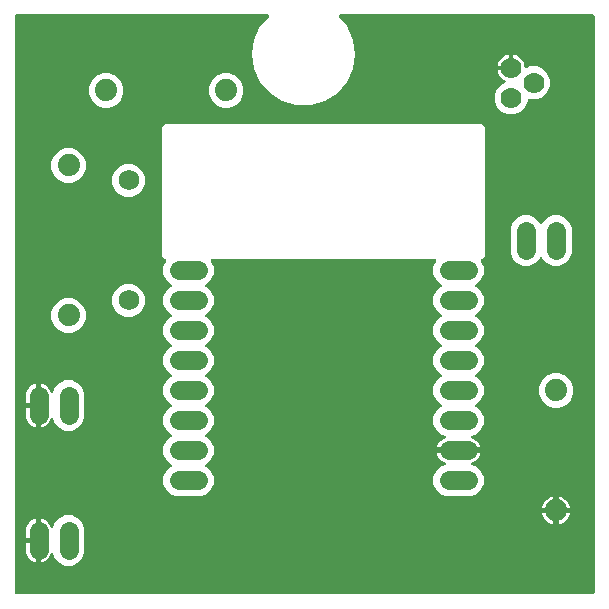
<source format=gbl>
G04 EAGLE Gerber X2 export*
%TF.Part,Single*%
%TF.FileFunction,Other,Bottom Copper Layer*%
%TF.FilePolarity,Positive*%
%TF.GenerationSoftware,Autodesk,EAGLE,9.1.3*%
%TF.CreationDate,2018-09-11T05:34:09Z*%
G75*
%MOMM*%
%FSLAX34Y34*%
%LPD*%
%AMOC8*
5,1,8,0,0,1.08239X$1,22.5*%
G01*
%ADD10C,1.609600*%
%ADD11C,1.879600*%
%ADD12C,1.625600*%
%ADD13C,1.778000*%
%ADD14C,1.727200*%

G36*
X495037Y5096D02*
X495037Y5096D01*
X495156Y5103D01*
X495194Y5116D01*
X495235Y5121D01*
X495345Y5164D01*
X495458Y5201D01*
X495493Y5223D01*
X495530Y5238D01*
X495626Y5308D01*
X495727Y5371D01*
X495755Y5401D01*
X495788Y5424D01*
X495864Y5516D01*
X495945Y5603D01*
X495965Y5638D01*
X495990Y5669D01*
X496041Y5777D01*
X496099Y5881D01*
X496109Y5921D01*
X496126Y5957D01*
X496148Y6074D01*
X496178Y6189D01*
X496182Y6250D01*
X496186Y6270D01*
X496184Y6290D01*
X496188Y6350D01*
X496188Y494919D01*
X496173Y495037D01*
X496166Y495156D01*
X496153Y495194D01*
X496148Y495235D01*
X496105Y495345D01*
X496068Y495458D01*
X496046Y495493D01*
X496031Y495530D01*
X495962Y495626D01*
X495898Y495727D01*
X495868Y495755D01*
X495845Y495788D01*
X495753Y495864D01*
X495666Y495945D01*
X495631Y495965D01*
X495600Y495990D01*
X495492Y496041D01*
X495388Y496099D01*
X495348Y496109D01*
X495312Y496126D01*
X495195Y496148D01*
X495080Y496178D01*
X495020Y496182D01*
X495000Y496186D01*
X494979Y496184D01*
X494919Y496188D01*
X280820Y496188D01*
X280727Y496176D01*
X280633Y496174D01*
X280570Y496157D01*
X280505Y496148D01*
X280417Y496114D01*
X280327Y496088D01*
X280270Y496055D01*
X280209Y496031D01*
X280133Y495976D01*
X280051Y495929D01*
X280005Y495883D01*
X279952Y495845D01*
X279892Y495772D01*
X279825Y495706D01*
X279791Y495650D01*
X279749Y495600D01*
X279709Y495515D01*
X279660Y495434D01*
X279641Y495371D01*
X279613Y495312D01*
X279596Y495220D01*
X279568Y495129D01*
X279566Y495064D01*
X279553Y495000D01*
X279559Y494906D01*
X279555Y494812D01*
X279569Y494747D01*
X279573Y494682D01*
X279602Y494593D01*
X279622Y494501D01*
X279651Y494442D01*
X279671Y494380D01*
X279721Y494300D01*
X279763Y494216D01*
X279832Y494126D01*
X279841Y494111D01*
X279848Y494104D01*
X279861Y494088D01*
X286742Y486147D01*
X291906Y474839D01*
X293675Y462534D01*
X291906Y450229D01*
X286742Y438921D01*
X278601Y429526D01*
X268143Y422805D01*
X256215Y419303D01*
X243784Y419303D01*
X231856Y422805D01*
X221398Y429526D01*
X213257Y438921D01*
X208093Y450229D01*
X206324Y462534D01*
X208093Y474839D01*
X213257Y486147D01*
X220138Y494088D01*
X220190Y494166D01*
X220250Y494238D01*
X220278Y494298D01*
X220315Y494352D01*
X220346Y494441D01*
X220386Y494526D01*
X220398Y494591D01*
X220420Y494652D01*
X220428Y494746D01*
X220446Y494839D01*
X220441Y494904D01*
X220447Y494969D01*
X220432Y495062D01*
X220426Y495156D01*
X220406Y495218D01*
X220395Y495283D01*
X220357Y495369D01*
X220328Y495458D01*
X220293Y495514D01*
X220266Y495574D01*
X220208Y495648D01*
X220158Y495727D01*
X220110Y495772D01*
X220069Y495824D01*
X219994Y495881D01*
X219926Y495945D01*
X219869Y495977D01*
X219816Y496017D01*
X219730Y496053D01*
X219647Y496099D01*
X219584Y496115D01*
X219524Y496141D01*
X219430Y496155D01*
X219340Y496178D01*
X219227Y496185D01*
X219209Y496188D01*
X219200Y496187D01*
X219179Y496188D01*
X6350Y496188D01*
X6232Y496173D01*
X6113Y496166D01*
X6075Y496153D01*
X6034Y496148D01*
X5924Y496105D01*
X5811Y496068D01*
X5776Y496046D01*
X5739Y496031D01*
X5643Y495962D01*
X5542Y495898D01*
X5514Y495868D01*
X5481Y495845D01*
X5405Y495753D01*
X5324Y495666D01*
X5304Y495631D01*
X5279Y495600D01*
X5228Y495492D01*
X5170Y495388D01*
X5160Y495348D01*
X5143Y495312D01*
X5121Y495195D01*
X5091Y495080D01*
X5087Y495020D01*
X5083Y495000D01*
X5085Y494979D01*
X5081Y494919D01*
X5081Y6350D01*
X5096Y6232D01*
X5103Y6113D01*
X5116Y6075D01*
X5121Y6034D01*
X5164Y5924D01*
X5201Y5811D01*
X5223Y5776D01*
X5238Y5739D01*
X5308Y5643D01*
X5371Y5542D01*
X5401Y5514D01*
X5424Y5481D01*
X5516Y5406D01*
X5603Y5324D01*
X5638Y5304D01*
X5669Y5279D01*
X5777Y5228D01*
X5881Y5170D01*
X5921Y5160D01*
X5957Y5143D01*
X6074Y5121D01*
X6189Y5091D01*
X6250Y5087D01*
X6270Y5083D01*
X6290Y5085D01*
X6350Y5081D01*
X494919Y5081D01*
X495037Y5096D01*
G37*
%LPC*%
G36*
X141645Y88391D02*
X141645Y88391D01*
X136790Y90402D01*
X133074Y94118D01*
X131063Y98973D01*
X131063Y104227D01*
X133074Y109082D01*
X136790Y112798D01*
X137585Y113127D01*
X137706Y113196D01*
X137829Y113261D01*
X137844Y113275D01*
X137862Y113285D01*
X137962Y113382D01*
X138064Y113475D01*
X138076Y113492D01*
X138090Y113506D01*
X138163Y113625D01*
X138239Y113741D01*
X138246Y113760D01*
X138256Y113777D01*
X138297Y113910D01*
X138342Y114042D01*
X138344Y114062D01*
X138350Y114081D01*
X138357Y114220D01*
X138368Y114359D01*
X138364Y114379D01*
X138365Y114399D01*
X138337Y114535D01*
X138313Y114672D01*
X138305Y114691D01*
X138301Y114710D01*
X138240Y114835D01*
X138183Y114962D01*
X138170Y114978D01*
X138161Y114996D01*
X138071Y115102D01*
X137984Y115210D01*
X137968Y115223D01*
X137955Y115238D01*
X137841Y115318D01*
X137730Y115402D01*
X137705Y115414D01*
X137695Y115421D01*
X137676Y115428D01*
X137585Y115473D01*
X136790Y115802D01*
X133074Y119518D01*
X131063Y124373D01*
X131063Y129627D01*
X133074Y134482D01*
X136790Y138198D01*
X137585Y138527D01*
X137706Y138596D01*
X137829Y138661D01*
X137844Y138675D01*
X137862Y138685D01*
X137962Y138782D01*
X138064Y138875D01*
X138076Y138892D01*
X138090Y138906D01*
X138163Y139025D01*
X138239Y139141D01*
X138246Y139160D01*
X138256Y139177D01*
X138297Y139310D01*
X138342Y139442D01*
X138344Y139462D01*
X138350Y139481D01*
X138357Y139620D01*
X138368Y139759D01*
X138364Y139779D01*
X138365Y139799D01*
X138337Y139935D01*
X138313Y140072D01*
X138305Y140091D01*
X138301Y140110D01*
X138240Y140235D01*
X138183Y140362D01*
X138170Y140378D01*
X138161Y140396D01*
X138071Y140502D01*
X137984Y140610D01*
X137968Y140623D01*
X137955Y140638D01*
X137841Y140718D01*
X137730Y140802D01*
X137705Y140814D01*
X137695Y140821D01*
X137676Y140828D01*
X137585Y140873D01*
X136790Y141202D01*
X133074Y144918D01*
X131063Y149773D01*
X131063Y155027D01*
X133074Y159882D01*
X136790Y163598D01*
X137585Y163927D01*
X137706Y163996D01*
X137829Y164061D01*
X137844Y164075D01*
X137862Y164085D01*
X137962Y164182D01*
X138064Y164275D01*
X138076Y164292D01*
X138090Y164306D01*
X138163Y164425D01*
X138239Y164541D01*
X138246Y164560D01*
X138256Y164577D01*
X138297Y164710D01*
X138342Y164842D01*
X138344Y164862D01*
X138350Y164881D01*
X138357Y165020D01*
X138368Y165159D01*
X138364Y165179D01*
X138365Y165199D01*
X138337Y165335D01*
X138313Y165472D01*
X138305Y165491D01*
X138301Y165510D01*
X138240Y165635D01*
X138183Y165762D01*
X138170Y165778D01*
X138161Y165796D01*
X138071Y165902D01*
X137984Y166010D01*
X137968Y166023D01*
X137955Y166038D01*
X137841Y166118D01*
X137730Y166202D01*
X137705Y166214D01*
X137695Y166221D01*
X137676Y166228D01*
X137585Y166273D01*
X136790Y166602D01*
X133074Y170318D01*
X131063Y175173D01*
X131063Y180427D01*
X133074Y185282D01*
X136790Y188998D01*
X137585Y189327D01*
X137706Y189396D01*
X137829Y189461D01*
X137844Y189475D01*
X137862Y189485D01*
X137962Y189582D01*
X138064Y189675D01*
X138076Y189692D01*
X138090Y189706D01*
X138163Y189825D01*
X138239Y189941D01*
X138246Y189960D01*
X138256Y189977D01*
X138297Y190110D01*
X138342Y190242D01*
X138344Y190262D01*
X138350Y190281D01*
X138357Y190420D01*
X138368Y190559D01*
X138364Y190579D01*
X138365Y190599D01*
X138337Y190735D01*
X138313Y190872D01*
X138305Y190891D01*
X138301Y190910D01*
X138240Y191035D01*
X138183Y191162D01*
X138170Y191178D01*
X138161Y191196D01*
X138071Y191302D01*
X137984Y191410D01*
X137968Y191423D01*
X137955Y191438D01*
X137841Y191518D01*
X137730Y191602D01*
X137705Y191614D01*
X137695Y191621D01*
X137676Y191628D01*
X137585Y191673D01*
X136790Y192002D01*
X133074Y195718D01*
X131063Y200573D01*
X131063Y205827D01*
X133074Y210682D01*
X136790Y214398D01*
X137585Y214727D01*
X137706Y214796D01*
X137829Y214861D01*
X137844Y214875D01*
X137862Y214885D01*
X137962Y214982D01*
X138064Y215075D01*
X138076Y215092D01*
X138090Y215106D01*
X138163Y215225D01*
X138239Y215341D01*
X138246Y215360D01*
X138256Y215377D01*
X138297Y215510D01*
X138342Y215642D01*
X138344Y215662D01*
X138350Y215681D01*
X138357Y215820D01*
X138368Y215959D01*
X138364Y215979D01*
X138365Y215999D01*
X138337Y216135D01*
X138313Y216272D01*
X138305Y216291D01*
X138301Y216310D01*
X138240Y216435D01*
X138183Y216562D01*
X138170Y216578D01*
X138161Y216596D01*
X138071Y216702D01*
X137984Y216810D01*
X137968Y216823D01*
X137955Y216838D01*
X137841Y216918D01*
X137730Y217002D01*
X137705Y217014D01*
X137695Y217021D01*
X137676Y217028D01*
X137585Y217073D01*
X136790Y217402D01*
X133074Y221118D01*
X131063Y225973D01*
X131063Y231227D01*
X133074Y236082D01*
X136790Y239798D01*
X137585Y240127D01*
X137706Y240196D01*
X137829Y240261D01*
X137844Y240275D01*
X137862Y240285D01*
X137962Y240382D01*
X138064Y240475D01*
X138076Y240492D01*
X138090Y240506D01*
X138163Y240625D01*
X138239Y240741D01*
X138246Y240760D01*
X138256Y240777D01*
X138297Y240910D01*
X138342Y241042D01*
X138344Y241062D01*
X138350Y241081D01*
X138357Y241220D01*
X138368Y241359D01*
X138364Y241379D01*
X138365Y241399D01*
X138337Y241535D01*
X138313Y241672D01*
X138305Y241691D01*
X138301Y241710D01*
X138240Y241835D01*
X138183Y241962D01*
X138170Y241978D01*
X138161Y241996D01*
X138071Y242102D01*
X137984Y242210D01*
X137968Y242223D01*
X137955Y242238D01*
X137841Y242318D01*
X137730Y242402D01*
X137705Y242414D01*
X137695Y242421D01*
X137676Y242428D01*
X137585Y242473D01*
X136790Y242802D01*
X133074Y246518D01*
X131063Y251373D01*
X131063Y256627D01*
X133074Y261482D01*
X136790Y265198D01*
X137585Y265527D01*
X137706Y265596D01*
X137829Y265661D01*
X137844Y265675D01*
X137862Y265685D01*
X137962Y265782D01*
X138064Y265875D01*
X138076Y265892D01*
X138090Y265906D01*
X138163Y266025D01*
X138239Y266141D01*
X138246Y266160D01*
X138256Y266177D01*
X138297Y266310D01*
X138342Y266442D01*
X138344Y266462D01*
X138350Y266481D01*
X138357Y266620D01*
X138368Y266759D01*
X138364Y266779D01*
X138365Y266799D01*
X138337Y266935D01*
X138313Y267072D01*
X138305Y267091D01*
X138301Y267110D01*
X138240Y267235D01*
X138183Y267362D01*
X138170Y267378D01*
X138161Y267396D01*
X138071Y267502D01*
X137984Y267610D01*
X137968Y267623D01*
X137955Y267638D01*
X137841Y267718D01*
X137730Y267802D01*
X137705Y267814D01*
X137695Y267821D01*
X137676Y267828D01*
X137585Y267873D01*
X136790Y268202D01*
X133074Y271918D01*
X131063Y276773D01*
X131063Y282027D01*
X133074Y286882D01*
X133076Y286884D01*
X133161Y286994D01*
X133250Y287101D01*
X133259Y287120D01*
X133271Y287136D01*
X133327Y287264D01*
X133386Y287389D01*
X133390Y287409D01*
X133398Y287428D01*
X133420Y287565D01*
X133446Y287702D01*
X133444Y287722D01*
X133448Y287742D01*
X133435Y287880D01*
X133426Y288019D01*
X133420Y288038D01*
X133418Y288058D01*
X133371Y288189D01*
X133328Y288321D01*
X133317Y288339D01*
X133310Y288358D01*
X133232Y288472D01*
X133158Y288590D01*
X133143Y288604D01*
X133132Y288621D01*
X133028Y288713D01*
X132926Y288808D01*
X132908Y288818D01*
X132893Y288831D01*
X132770Y288894D01*
X132648Y288962D01*
X132628Y288967D01*
X132610Y288976D01*
X132474Y289006D01*
X132340Y289041D01*
X132312Y289043D01*
X132300Y289046D01*
X132279Y289045D01*
X132179Y289051D01*
X132087Y289051D01*
X130301Y290837D01*
X130301Y401313D01*
X132087Y403099D01*
X401313Y403099D01*
X403099Y401313D01*
X403099Y290837D01*
X401313Y289051D01*
X401221Y289051D01*
X401083Y289034D01*
X400944Y289021D01*
X400925Y289014D01*
X400905Y289011D01*
X400776Y288960D01*
X400645Y288913D01*
X400629Y288902D01*
X400610Y288894D01*
X400497Y288813D01*
X400382Y288735D01*
X400369Y288719D01*
X400352Y288708D01*
X400264Y288600D01*
X400172Y288496D01*
X400162Y288478D01*
X400150Y288463D01*
X400090Y288337D01*
X400027Y288213D01*
X400023Y288193D01*
X400014Y288175D01*
X399988Y288038D01*
X399957Y287903D01*
X399958Y287882D01*
X399954Y287863D01*
X399963Y287724D01*
X399967Y287585D01*
X399973Y287565D01*
X399974Y287545D01*
X400017Y287413D01*
X400056Y287279D01*
X400066Y287262D01*
X400072Y287243D01*
X400147Y287125D01*
X400217Y287005D01*
X400236Y286984D01*
X400242Y286974D01*
X400257Y286960D01*
X400324Y286884D01*
X400326Y286882D01*
X402337Y282027D01*
X402337Y276773D01*
X400326Y271918D01*
X396610Y268202D01*
X395815Y267873D01*
X395694Y267804D01*
X395571Y267739D01*
X395556Y267725D01*
X395538Y267715D01*
X395438Y267618D01*
X395336Y267525D01*
X395324Y267508D01*
X395310Y267494D01*
X395237Y267375D01*
X395161Y267259D01*
X395154Y267240D01*
X395144Y267223D01*
X395103Y267090D01*
X395058Y266958D01*
X395056Y266938D01*
X395050Y266919D01*
X395043Y266780D01*
X395032Y266641D01*
X395036Y266621D01*
X395035Y266601D01*
X395063Y266465D01*
X395087Y266328D01*
X395095Y266310D01*
X395099Y266290D01*
X395160Y266164D01*
X395217Y266038D01*
X395230Y266022D01*
X395239Y266004D01*
X395330Y265898D01*
X395416Y265790D01*
X395432Y265777D01*
X395445Y265762D01*
X395560Y265681D01*
X395670Y265598D01*
X395695Y265586D01*
X395705Y265579D01*
X395725Y265572D01*
X395815Y265527D01*
X396610Y265198D01*
X400326Y261482D01*
X402337Y256627D01*
X402337Y251373D01*
X400326Y246518D01*
X396610Y242802D01*
X395815Y242473D01*
X395694Y242404D01*
X395571Y242339D01*
X395556Y242325D01*
X395538Y242315D01*
X395438Y242218D01*
X395336Y242125D01*
X395324Y242108D01*
X395310Y242094D01*
X395237Y241975D01*
X395161Y241859D01*
X395154Y241840D01*
X395144Y241823D01*
X395103Y241690D01*
X395058Y241558D01*
X395056Y241538D01*
X395050Y241519D01*
X395043Y241380D01*
X395032Y241241D01*
X395036Y241221D01*
X395035Y241201D01*
X395063Y241065D01*
X395087Y240928D01*
X395095Y240910D01*
X395099Y240890D01*
X395160Y240764D01*
X395217Y240638D01*
X395230Y240622D01*
X395239Y240604D01*
X395330Y240498D01*
X395416Y240390D01*
X395432Y240377D01*
X395445Y240362D01*
X395560Y240281D01*
X395670Y240198D01*
X395695Y240186D01*
X395705Y240179D01*
X395725Y240172D01*
X395815Y240127D01*
X396610Y239798D01*
X400326Y236082D01*
X402337Y231227D01*
X402337Y225973D01*
X400326Y221118D01*
X396610Y217402D01*
X395815Y217073D01*
X395694Y217004D01*
X395571Y216939D01*
X395556Y216925D01*
X395538Y216915D01*
X395438Y216818D01*
X395336Y216725D01*
X395324Y216708D01*
X395310Y216694D01*
X395237Y216575D01*
X395161Y216459D01*
X395154Y216440D01*
X395144Y216423D01*
X395103Y216290D01*
X395058Y216158D01*
X395056Y216138D01*
X395050Y216119D01*
X395043Y215980D01*
X395032Y215841D01*
X395036Y215821D01*
X395035Y215801D01*
X395063Y215665D01*
X395087Y215528D01*
X395095Y215510D01*
X395099Y215490D01*
X395160Y215364D01*
X395217Y215238D01*
X395230Y215222D01*
X395239Y215204D01*
X395330Y215098D01*
X395416Y214990D01*
X395432Y214977D01*
X395445Y214962D01*
X395560Y214881D01*
X395670Y214798D01*
X395695Y214786D01*
X395705Y214779D01*
X395725Y214772D01*
X395815Y214727D01*
X396610Y214398D01*
X400326Y210682D01*
X402337Y205827D01*
X402337Y200573D01*
X400326Y195718D01*
X396610Y192002D01*
X395815Y191673D01*
X395694Y191604D01*
X395571Y191539D01*
X395556Y191525D01*
X395538Y191515D01*
X395438Y191418D01*
X395336Y191325D01*
X395324Y191308D01*
X395310Y191294D01*
X395237Y191175D01*
X395161Y191059D01*
X395154Y191040D01*
X395144Y191023D01*
X395103Y190890D01*
X395058Y190758D01*
X395056Y190738D01*
X395050Y190719D01*
X395043Y190580D01*
X395032Y190441D01*
X395036Y190421D01*
X395035Y190401D01*
X395063Y190265D01*
X395087Y190128D01*
X395095Y190110D01*
X395099Y190090D01*
X395160Y189964D01*
X395217Y189838D01*
X395230Y189822D01*
X395239Y189804D01*
X395330Y189698D01*
X395416Y189590D01*
X395432Y189577D01*
X395445Y189562D01*
X395560Y189481D01*
X395670Y189398D01*
X395695Y189386D01*
X395705Y189379D01*
X395725Y189372D01*
X395815Y189327D01*
X396610Y188998D01*
X400326Y185282D01*
X402337Y180427D01*
X402337Y175173D01*
X400326Y170318D01*
X396610Y166602D01*
X395815Y166273D01*
X395694Y166204D01*
X395571Y166139D01*
X395556Y166125D01*
X395538Y166115D01*
X395438Y166018D01*
X395336Y165925D01*
X395324Y165908D01*
X395310Y165894D01*
X395237Y165775D01*
X395161Y165659D01*
X395154Y165640D01*
X395144Y165623D01*
X395103Y165490D01*
X395058Y165358D01*
X395056Y165338D01*
X395050Y165319D01*
X395043Y165180D01*
X395032Y165041D01*
X395036Y165021D01*
X395035Y165001D01*
X395063Y164865D01*
X395087Y164728D01*
X395095Y164710D01*
X395099Y164690D01*
X395160Y164564D01*
X395217Y164438D01*
X395230Y164422D01*
X395239Y164404D01*
X395330Y164298D01*
X395416Y164190D01*
X395432Y164177D01*
X395445Y164162D01*
X395560Y164081D01*
X395670Y163998D01*
X395695Y163986D01*
X395705Y163979D01*
X395725Y163972D01*
X395815Y163927D01*
X396610Y163598D01*
X400326Y159882D01*
X402337Y155027D01*
X402337Y149773D01*
X400326Y144918D01*
X396610Y141202D01*
X392462Y139484D01*
X392436Y139469D01*
X392407Y139460D01*
X392298Y139390D01*
X392186Y139326D01*
X392164Y139306D01*
X392139Y139290D01*
X392050Y139195D01*
X391957Y139105D01*
X391942Y139080D01*
X391921Y139058D01*
X391859Y138944D01*
X391791Y138834D01*
X391782Y138805D01*
X391768Y138779D01*
X391735Y138653D01*
X391697Y138530D01*
X391696Y138500D01*
X391688Y138471D01*
X391688Y138341D01*
X391682Y138212D01*
X391688Y138183D01*
X391688Y138153D01*
X391720Y138028D01*
X391746Y137901D01*
X391760Y137874D01*
X391767Y137845D01*
X391829Y137732D01*
X391886Y137615D01*
X391906Y137592D01*
X391920Y137566D01*
X392008Y137472D01*
X392093Y137373D01*
X392117Y137356D01*
X392137Y137334D01*
X392247Y137265D01*
X392353Y137190D01*
X392381Y137180D01*
X392406Y137163D01*
X392555Y137104D01*
X393223Y136887D01*
X394720Y136125D01*
X396078Y135138D01*
X397266Y133950D01*
X398253Y132592D01*
X399015Y131095D01*
X399521Y129539D01*
X382270Y129539D01*
X382152Y129524D01*
X382033Y129517D01*
X381995Y129504D01*
X381955Y129499D01*
X381844Y129456D01*
X381731Y129419D01*
X381697Y129397D01*
X381659Y129382D01*
X381563Y129312D01*
X381462Y129249D01*
X381434Y129219D01*
X381402Y129195D01*
X381326Y129104D01*
X381244Y129017D01*
X381225Y128982D01*
X381199Y128951D01*
X381148Y128843D01*
X381091Y128739D01*
X381080Y128699D01*
X381063Y128663D01*
X381041Y128546D01*
X381011Y128431D01*
X381007Y128370D01*
X381003Y128350D01*
X381005Y128330D01*
X381001Y128270D01*
X381001Y125730D01*
X381016Y125612D01*
X381023Y125493D01*
X381036Y125455D01*
X381041Y125414D01*
X381085Y125304D01*
X381121Y125191D01*
X381143Y125156D01*
X381158Y125119D01*
X381228Y125023D01*
X381291Y124922D01*
X381321Y124894D01*
X381345Y124861D01*
X381436Y124786D01*
X381523Y124704D01*
X381558Y124684D01*
X381590Y124659D01*
X381697Y124608D01*
X381802Y124550D01*
X381841Y124540D01*
X381877Y124523D01*
X381994Y124501D01*
X382109Y124471D01*
X382170Y124467D01*
X382190Y124463D01*
X382210Y124465D01*
X382270Y124461D01*
X399521Y124461D01*
X399015Y122905D01*
X398253Y121408D01*
X397266Y120050D01*
X396078Y118862D01*
X394720Y117875D01*
X393223Y117113D01*
X392555Y116896D01*
X392528Y116883D01*
X392499Y116876D01*
X392385Y116816D01*
X392268Y116760D01*
X392245Y116741D01*
X392218Y116727D01*
X392122Y116640D01*
X392023Y116558D01*
X392005Y116534D01*
X391983Y116514D01*
X391911Y116405D01*
X391836Y116301D01*
X391825Y116273D01*
X391808Y116248D01*
X391766Y116125D01*
X391718Y116005D01*
X391715Y115975D01*
X391705Y115947D01*
X391695Y115818D01*
X391678Y115689D01*
X391682Y115660D01*
X391680Y115630D01*
X391702Y115502D01*
X391718Y115374D01*
X391729Y115346D01*
X391734Y115317D01*
X391787Y115199D01*
X391835Y115078D01*
X391852Y115054D01*
X391865Y115027D01*
X391945Y114926D01*
X392022Y114821D01*
X392045Y114802D01*
X392063Y114778D01*
X392167Y114700D01*
X392266Y114618D01*
X392293Y114605D01*
X392317Y114587D01*
X392462Y114516D01*
X396610Y112798D01*
X400326Y109082D01*
X402337Y104227D01*
X402337Y98973D01*
X400326Y94118D01*
X396610Y90402D01*
X391755Y88391D01*
X370245Y88391D01*
X365390Y90402D01*
X361674Y94118D01*
X359663Y98973D01*
X359663Y104227D01*
X361674Y109082D01*
X365390Y112798D01*
X369538Y114516D01*
X369564Y114531D01*
X369593Y114540D01*
X369702Y114610D01*
X369814Y114674D01*
X369836Y114694D01*
X369861Y114710D01*
X369950Y114805D01*
X370043Y114895D01*
X370058Y114920D01*
X370079Y114942D01*
X370141Y115056D01*
X370209Y115166D01*
X370218Y115195D01*
X370232Y115221D01*
X370265Y115347D01*
X370303Y115470D01*
X370304Y115500D01*
X370312Y115529D01*
X370312Y115659D01*
X370318Y115788D01*
X370312Y115817D01*
X370312Y115847D01*
X370280Y115972D01*
X370254Y116099D01*
X370240Y116126D01*
X370233Y116155D01*
X370171Y116268D01*
X370114Y116385D01*
X370094Y116408D01*
X370080Y116434D01*
X369992Y116528D01*
X369907Y116627D01*
X369883Y116644D01*
X369863Y116666D01*
X369753Y116735D01*
X369647Y116810D01*
X369619Y116820D01*
X369594Y116837D01*
X369445Y116896D01*
X368777Y117113D01*
X367280Y117875D01*
X365922Y118862D01*
X364734Y120050D01*
X363747Y121408D01*
X362985Y122905D01*
X362479Y124461D01*
X379730Y124461D01*
X379848Y124476D01*
X379967Y124483D01*
X380005Y124496D01*
X380045Y124501D01*
X380156Y124544D01*
X380269Y124581D01*
X380303Y124603D01*
X380341Y124618D01*
X380437Y124688D01*
X380538Y124751D01*
X380566Y124781D01*
X380598Y124804D01*
X380674Y124896D01*
X380756Y124983D01*
X380775Y125018D01*
X380801Y125049D01*
X380852Y125157D01*
X380909Y125261D01*
X380920Y125301D01*
X380937Y125337D01*
X380959Y125454D01*
X380989Y125569D01*
X380993Y125630D01*
X380997Y125650D01*
X380995Y125670D01*
X380999Y125730D01*
X380999Y128270D01*
X380984Y128388D01*
X380977Y128507D01*
X380964Y128545D01*
X380959Y128585D01*
X380915Y128696D01*
X380879Y128809D01*
X380857Y128844D01*
X380842Y128881D01*
X380772Y128977D01*
X380709Y129078D01*
X380679Y129106D01*
X380655Y129139D01*
X380564Y129214D01*
X380477Y129296D01*
X380442Y129316D01*
X380410Y129341D01*
X380303Y129392D01*
X380198Y129450D01*
X380159Y129460D01*
X380123Y129477D01*
X380006Y129499D01*
X379891Y129529D01*
X379830Y129533D01*
X379810Y129537D01*
X379790Y129535D01*
X379730Y129539D01*
X362479Y129539D01*
X362985Y131095D01*
X363747Y132592D01*
X364734Y133950D01*
X365922Y135138D01*
X367280Y136125D01*
X368777Y136887D01*
X369445Y137104D01*
X369472Y137117D01*
X369501Y137124D01*
X369615Y137184D01*
X369732Y137240D01*
X369755Y137259D01*
X369782Y137273D01*
X369878Y137360D01*
X369977Y137442D01*
X369995Y137466D01*
X370017Y137486D01*
X370089Y137595D01*
X370164Y137699D01*
X370175Y137727D01*
X370192Y137752D01*
X370234Y137875D01*
X370282Y137995D01*
X370285Y138025D01*
X370295Y138053D01*
X370305Y138182D01*
X370322Y138311D01*
X370318Y138340D01*
X370320Y138370D01*
X370298Y138498D01*
X370282Y138626D01*
X370271Y138654D01*
X370266Y138683D01*
X370213Y138801D01*
X370165Y138922D01*
X370148Y138946D01*
X370135Y138973D01*
X370055Y139074D01*
X369978Y139179D01*
X369955Y139198D01*
X369937Y139222D01*
X369833Y139300D01*
X369734Y139382D01*
X369707Y139395D01*
X369683Y139413D01*
X369538Y139484D01*
X365390Y141202D01*
X361674Y144918D01*
X359663Y149773D01*
X359663Y155027D01*
X361674Y159882D01*
X365390Y163598D01*
X366185Y163927D01*
X366306Y163996D01*
X366429Y164061D01*
X366444Y164075D01*
X366462Y164085D01*
X366562Y164182D01*
X366664Y164275D01*
X366676Y164292D01*
X366690Y164306D01*
X366763Y164425D01*
X366839Y164541D01*
X366846Y164560D01*
X366856Y164577D01*
X366897Y164710D01*
X366942Y164842D01*
X366944Y164862D01*
X366950Y164881D01*
X366957Y165020D01*
X366968Y165159D01*
X366964Y165179D01*
X366965Y165199D01*
X366937Y165335D01*
X366913Y165472D01*
X366905Y165491D01*
X366901Y165510D01*
X366840Y165635D01*
X366783Y165762D01*
X366770Y165778D01*
X366761Y165796D01*
X366671Y165902D01*
X366584Y166010D01*
X366568Y166023D01*
X366555Y166038D01*
X366441Y166118D01*
X366330Y166202D01*
X366305Y166214D01*
X366295Y166221D01*
X366276Y166228D01*
X366185Y166273D01*
X365390Y166602D01*
X361674Y170318D01*
X359663Y175173D01*
X359663Y180427D01*
X361674Y185282D01*
X365390Y188998D01*
X366185Y189327D01*
X366306Y189396D01*
X366429Y189461D01*
X366444Y189475D01*
X366462Y189485D01*
X366562Y189582D01*
X366664Y189675D01*
X366676Y189692D01*
X366690Y189706D01*
X366763Y189825D01*
X366839Y189941D01*
X366846Y189960D01*
X366856Y189977D01*
X366897Y190110D01*
X366942Y190242D01*
X366944Y190262D01*
X366950Y190281D01*
X366957Y190420D01*
X366968Y190559D01*
X366964Y190579D01*
X366965Y190599D01*
X366937Y190735D01*
X366913Y190872D01*
X366905Y190891D01*
X366901Y190910D01*
X366840Y191035D01*
X366783Y191162D01*
X366770Y191178D01*
X366761Y191196D01*
X366671Y191302D01*
X366584Y191410D01*
X366568Y191423D01*
X366555Y191438D01*
X366441Y191518D01*
X366330Y191602D01*
X366305Y191614D01*
X366295Y191621D01*
X366276Y191628D01*
X366185Y191673D01*
X365390Y192002D01*
X361674Y195718D01*
X359663Y200573D01*
X359663Y205827D01*
X361674Y210682D01*
X365390Y214398D01*
X366185Y214727D01*
X366306Y214796D01*
X366429Y214861D01*
X366444Y214875D01*
X366462Y214885D01*
X366562Y214982D01*
X366664Y215075D01*
X366676Y215092D01*
X366690Y215106D01*
X366763Y215225D01*
X366839Y215341D01*
X366846Y215360D01*
X366856Y215377D01*
X366897Y215510D01*
X366942Y215642D01*
X366944Y215662D01*
X366950Y215681D01*
X366957Y215820D01*
X366968Y215959D01*
X366964Y215979D01*
X366965Y215999D01*
X366937Y216135D01*
X366913Y216272D01*
X366905Y216291D01*
X366901Y216310D01*
X366840Y216435D01*
X366783Y216562D01*
X366770Y216578D01*
X366761Y216596D01*
X366671Y216702D01*
X366584Y216810D01*
X366568Y216823D01*
X366555Y216838D01*
X366441Y216918D01*
X366330Y217002D01*
X366305Y217014D01*
X366295Y217021D01*
X366276Y217028D01*
X366185Y217073D01*
X365390Y217402D01*
X361674Y221118D01*
X359663Y225973D01*
X359663Y231227D01*
X361674Y236082D01*
X365390Y239798D01*
X366185Y240127D01*
X366306Y240196D01*
X366429Y240261D01*
X366444Y240275D01*
X366462Y240285D01*
X366562Y240382D01*
X366664Y240475D01*
X366676Y240492D01*
X366690Y240506D01*
X366763Y240625D01*
X366839Y240741D01*
X366846Y240760D01*
X366856Y240777D01*
X366897Y240910D01*
X366942Y241042D01*
X366944Y241062D01*
X366950Y241081D01*
X366957Y241220D01*
X366968Y241359D01*
X366964Y241379D01*
X366965Y241399D01*
X366937Y241535D01*
X366913Y241672D01*
X366905Y241691D01*
X366901Y241710D01*
X366840Y241835D01*
X366783Y241962D01*
X366770Y241978D01*
X366761Y241996D01*
X366671Y242102D01*
X366584Y242210D01*
X366568Y242223D01*
X366555Y242238D01*
X366441Y242318D01*
X366330Y242402D01*
X366305Y242414D01*
X366295Y242421D01*
X366276Y242428D01*
X366185Y242473D01*
X365390Y242802D01*
X361674Y246518D01*
X359663Y251373D01*
X359663Y256627D01*
X361674Y261482D01*
X365390Y265198D01*
X366185Y265527D01*
X366306Y265596D01*
X366429Y265661D01*
X366444Y265675D01*
X366462Y265685D01*
X366562Y265782D01*
X366664Y265875D01*
X366676Y265892D01*
X366690Y265906D01*
X366763Y266025D01*
X366839Y266141D01*
X366846Y266160D01*
X366856Y266177D01*
X366897Y266310D01*
X366942Y266442D01*
X366944Y266462D01*
X366950Y266481D01*
X366957Y266620D01*
X366968Y266759D01*
X366964Y266779D01*
X366965Y266799D01*
X366937Y266935D01*
X366913Y267072D01*
X366905Y267091D01*
X366901Y267110D01*
X366840Y267235D01*
X366783Y267362D01*
X366770Y267378D01*
X366761Y267396D01*
X366671Y267502D01*
X366584Y267610D01*
X366568Y267623D01*
X366555Y267638D01*
X366441Y267718D01*
X366330Y267802D01*
X366305Y267814D01*
X366295Y267821D01*
X366276Y267828D01*
X366185Y267873D01*
X365390Y268202D01*
X361674Y271918D01*
X359663Y276773D01*
X359663Y282027D01*
X361674Y286882D01*
X361676Y286884D01*
X361761Y286994D01*
X361850Y287101D01*
X361859Y287120D01*
X361871Y287136D01*
X361927Y287264D01*
X361986Y287389D01*
X361990Y287409D01*
X361998Y287428D01*
X362020Y287565D01*
X362046Y287702D01*
X362044Y287722D01*
X362048Y287742D01*
X362035Y287880D01*
X362026Y288019D01*
X362020Y288038D01*
X362018Y288058D01*
X361971Y288189D01*
X361928Y288321D01*
X361917Y288339D01*
X361910Y288358D01*
X361832Y288472D01*
X361758Y288590D01*
X361743Y288604D01*
X361732Y288621D01*
X361628Y288713D01*
X361526Y288808D01*
X361508Y288818D01*
X361493Y288831D01*
X361370Y288894D01*
X361248Y288962D01*
X361228Y288967D01*
X361210Y288976D01*
X361074Y289006D01*
X360940Y289041D01*
X360912Y289043D01*
X360900Y289046D01*
X360879Y289045D01*
X360779Y289051D01*
X172621Y289051D01*
X172483Y289034D01*
X172344Y289021D01*
X172325Y289014D01*
X172305Y289011D01*
X172176Y288960D01*
X172045Y288913D01*
X172029Y288902D01*
X172010Y288894D01*
X171897Y288813D01*
X171782Y288735D01*
X171769Y288719D01*
X171752Y288708D01*
X171664Y288600D01*
X171572Y288496D01*
X171562Y288478D01*
X171550Y288463D01*
X171490Y288337D01*
X171427Y288213D01*
X171423Y288193D01*
X171414Y288175D01*
X171388Y288038D01*
X171357Y287903D01*
X171358Y287882D01*
X171354Y287863D01*
X171363Y287724D01*
X171367Y287585D01*
X171373Y287565D01*
X171374Y287545D01*
X171417Y287413D01*
X171456Y287279D01*
X171466Y287262D01*
X171472Y287243D01*
X171547Y287125D01*
X171617Y287005D01*
X171636Y286984D01*
X171642Y286974D01*
X171657Y286960D01*
X171724Y286884D01*
X171726Y286882D01*
X173737Y282027D01*
X173737Y276773D01*
X171726Y271918D01*
X168010Y268202D01*
X167215Y267873D01*
X167094Y267804D01*
X166971Y267739D01*
X166956Y267725D01*
X166938Y267715D01*
X166838Y267618D01*
X166736Y267525D01*
X166724Y267508D01*
X166710Y267494D01*
X166637Y267375D01*
X166561Y267259D01*
X166554Y267240D01*
X166544Y267223D01*
X166503Y267090D01*
X166458Y266958D01*
X166456Y266938D01*
X166450Y266919D01*
X166443Y266780D01*
X166432Y266641D01*
X166436Y266621D01*
X166435Y266601D01*
X166463Y266465D01*
X166487Y266328D01*
X166495Y266310D01*
X166499Y266290D01*
X166560Y266164D01*
X166617Y266038D01*
X166630Y266022D01*
X166639Y266004D01*
X166730Y265898D01*
X166816Y265790D01*
X166832Y265777D01*
X166845Y265762D01*
X166960Y265681D01*
X167070Y265598D01*
X167095Y265586D01*
X167105Y265579D01*
X167125Y265572D01*
X167215Y265527D01*
X168010Y265198D01*
X171726Y261482D01*
X173737Y256627D01*
X173737Y251373D01*
X171726Y246518D01*
X168010Y242802D01*
X167215Y242473D01*
X167094Y242404D01*
X166971Y242339D01*
X166956Y242325D01*
X166938Y242315D01*
X166838Y242218D01*
X166736Y242125D01*
X166724Y242108D01*
X166710Y242094D01*
X166637Y241975D01*
X166561Y241859D01*
X166554Y241840D01*
X166544Y241823D01*
X166503Y241690D01*
X166458Y241558D01*
X166456Y241538D01*
X166450Y241519D01*
X166443Y241380D01*
X166432Y241241D01*
X166436Y241221D01*
X166435Y241201D01*
X166463Y241065D01*
X166487Y240928D01*
X166495Y240910D01*
X166499Y240890D01*
X166560Y240764D01*
X166617Y240638D01*
X166630Y240622D01*
X166639Y240604D01*
X166730Y240498D01*
X166816Y240390D01*
X166832Y240377D01*
X166845Y240362D01*
X166960Y240281D01*
X167070Y240198D01*
X167095Y240186D01*
X167105Y240179D01*
X167125Y240172D01*
X167215Y240127D01*
X168010Y239798D01*
X171726Y236082D01*
X173737Y231227D01*
X173737Y225973D01*
X171726Y221118D01*
X168010Y217402D01*
X167215Y217073D01*
X167094Y217004D01*
X166971Y216939D01*
X166956Y216925D01*
X166938Y216915D01*
X166838Y216818D01*
X166736Y216725D01*
X166724Y216708D01*
X166710Y216694D01*
X166637Y216575D01*
X166561Y216459D01*
X166554Y216440D01*
X166544Y216423D01*
X166503Y216290D01*
X166458Y216158D01*
X166456Y216138D01*
X166450Y216119D01*
X166443Y215980D01*
X166432Y215841D01*
X166436Y215821D01*
X166435Y215801D01*
X166463Y215665D01*
X166487Y215528D01*
X166495Y215510D01*
X166499Y215490D01*
X166560Y215364D01*
X166617Y215238D01*
X166630Y215222D01*
X166639Y215204D01*
X166730Y215098D01*
X166816Y214990D01*
X166832Y214977D01*
X166845Y214962D01*
X166960Y214881D01*
X167070Y214798D01*
X167095Y214786D01*
X167105Y214779D01*
X167125Y214772D01*
X167215Y214727D01*
X168010Y214398D01*
X171726Y210682D01*
X173737Y205827D01*
X173737Y200573D01*
X171726Y195718D01*
X168010Y192002D01*
X167215Y191673D01*
X167094Y191604D01*
X166971Y191539D01*
X166956Y191525D01*
X166938Y191515D01*
X166838Y191418D01*
X166736Y191325D01*
X166724Y191308D01*
X166710Y191294D01*
X166637Y191175D01*
X166561Y191059D01*
X166554Y191040D01*
X166544Y191023D01*
X166503Y190890D01*
X166458Y190758D01*
X166456Y190738D01*
X166450Y190719D01*
X166443Y190580D01*
X166432Y190441D01*
X166436Y190421D01*
X166435Y190401D01*
X166463Y190265D01*
X166487Y190128D01*
X166495Y190110D01*
X166499Y190090D01*
X166560Y189964D01*
X166617Y189838D01*
X166630Y189822D01*
X166639Y189804D01*
X166730Y189698D01*
X166816Y189590D01*
X166832Y189577D01*
X166845Y189562D01*
X166960Y189481D01*
X167070Y189398D01*
X167095Y189386D01*
X167105Y189379D01*
X167125Y189372D01*
X167215Y189327D01*
X168010Y188998D01*
X171726Y185282D01*
X173737Y180427D01*
X173737Y175173D01*
X171726Y170318D01*
X168010Y166602D01*
X167215Y166273D01*
X167094Y166204D01*
X166971Y166139D01*
X166956Y166125D01*
X166938Y166115D01*
X166838Y166018D01*
X166736Y165925D01*
X166724Y165908D01*
X166710Y165894D01*
X166637Y165775D01*
X166561Y165659D01*
X166554Y165640D01*
X166544Y165623D01*
X166503Y165490D01*
X166458Y165358D01*
X166456Y165338D01*
X166450Y165319D01*
X166443Y165180D01*
X166432Y165041D01*
X166436Y165021D01*
X166435Y165001D01*
X166463Y164865D01*
X166487Y164728D01*
X166495Y164710D01*
X166499Y164690D01*
X166560Y164564D01*
X166617Y164438D01*
X166630Y164422D01*
X166639Y164404D01*
X166730Y164298D01*
X166816Y164190D01*
X166832Y164177D01*
X166845Y164162D01*
X166960Y164081D01*
X167070Y163998D01*
X167095Y163986D01*
X167105Y163979D01*
X167125Y163972D01*
X167215Y163927D01*
X168010Y163598D01*
X171726Y159882D01*
X173737Y155027D01*
X173737Y149773D01*
X171726Y144918D01*
X168010Y141202D01*
X167215Y140873D01*
X167094Y140804D01*
X166971Y140739D01*
X166956Y140725D01*
X166938Y140715D01*
X166838Y140618D01*
X166736Y140525D01*
X166724Y140508D01*
X166710Y140494D01*
X166637Y140375D01*
X166561Y140259D01*
X166554Y140240D01*
X166544Y140223D01*
X166503Y140090D01*
X166458Y139958D01*
X166456Y139938D01*
X166450Y139919D01*
X166443Y139780D01*
X166432Y139641D01*
X166436Y139621D01*
X166435Y139601D01*
X166463Y139464D01*
X166487Y139328D01*
X166495Y139310D01*
X166499Y139290D01*
X166560Y139164D01*
X166617Y139038D01*
X166630Y139022D01*
X166639Y139004D01*
X166730Y138898D01*
X166816Y138790D01*
X166832Y138777D01*
X166845Y138762D01*
X166960Y138681D01*
X167070Y138598D01*
X167095Y138586D01*
X167105Y138579D01*
X167125Y138572D01*
X167215Y138527D01*
X168010Y138198D01*
X171726Y134482D01*
X173737Y129627D01*
X173737Y124373D01*
X171726Y119518D01*
X168010Y115802D01*
X167215Y115473D01*
X167094Y115404D01*
X166971Y115339D01*
X166956Y115325D01*
X166938Y115315D01*
X166838Y115218D01*
X166736Y115125D01*
X166724Y115108D01*
X166710Y115094D01*
X166637Y114975D01*
X166561Y114859D01*
X166554Y114840D01*
X166544Y114823D01*
X166503Y114690D01*
X166458Y114558D01*
X166456Y114538D01*
X166450Y114519D01*
X166443Y114380D01*
X166432Y114241D01*
X166436Y114221D01*
X166435Y114201D01*
X166463Y114065D01*
X166487Y113928D01*
X166495Y113910D01*
X166499Y113890D01*
X166560Y113764D01*
X166617Y113638D01*
X166630Y113622D01*
X166639Y113604D01*
X166730Y113498D01*
X166816Y113390D01*
X166832Y113377D01*
X166845Y113362D01*
X166960Y113281D01*
X167070Y113198D01*
X167095Y113186D01*
X167105Y113179D01*
X167125Y113172D01*
X167215Y113127D01*
X168010Y112798D01*
X171726Y109082D01*
X173737Y104227D01*
X173737Y98973D01*
X171726Y94118D01*
X168010Y90402D01*
X163155Y88391D01*
X141645Y88391D01*
G37*
%LPD*%
%LPC*%
G36*
X435538Y283623D02*
X435538Y283623D01*
X430713Y285622D01*
X427020Y289315D01*
X425021Y294140D01*
X425021Y315460D01*
X427020Y320285D01*
X430713Y323978D01*
X435538Y325977D01*
X440762Y325977D01*
X445587Y323978D01*
X449280Y320285D01*
X449677Y319325D01*
X449683Y319316D01*
X449683Y319315D01*
X449684Y319314D01*
X449746Y319205D01*
X449811Y319082D01*
X449825Y319067D01*
X449835Y319049D01*
X449931Y318950D01*
X450025Y318846D01*
X450042Y318835D01*
X450056Y318821D01*
X450175Y318748D01*
X450291Y318672D01*
X450310Y318665D01*
X450327Y318655D01*
X450460Y318614D01*
X450592Y318568D01*
X450612Y318567D01*
X450631Y318561D01*
X450770Y318554D01*
X450909Y318543D01*
X450929Y318547D01*
X450949Y318546D01*
X451085Y318574D01*
X451222Y318598D01*
X451241Y318606D01*
X451260Y318610D01*
X451385Y318671D01*
X451512Y318728D01*
X451528Y318741D01*
X451546Y318750D01*
X451652Y318840D01*
X451760Y318927D01*
X451773Y318943D01*
X451788Y318956D01*
X451868Y319069D01*
X451952Y319181D01*
X451964Y319206D01*
X451971Y319216D01*
X451978Y319235D01*
X452023Y319325D01*
X452420Y320285D01*
X456113Y323978D01*
X460938Y325977D01*
X466162Y325977D01*
X470987Y323978D01*
X474680Y320285D01*
X476679Y315460D01*
X476679Y294140D01*
X474680Y289315D01*
X470987Y285622D01*
X466162Y283623D01*
X460938Y283623D01*
X456113Y285622D01*
X452420Y289315D01*
X452023Y290275D01*
X451954Y290395D01*
X451889Y290518D01*
X451875Y290533D01*
X451865Y290551D01*
X451768Y290651D01*
X451675Y290754D01*
X451658Y290765D01*
X451644Y290779D01*
X451525Y290852D01*
X451409Y290928D01*
X451390Y290935D01*
X451373Y290945D01*
X451240Y290986D01*
X451108Y291032D01*
X451088Y291033D01*
X451069Y291039D01*
X450930Y291046D01*
X450791Y291057D01*
X450771Y291053D01*
X450751Y291054D01*
X450615Y291026D01*
X450478Y291002D01*
X450459Y290994D01*
X450440Y290990D01*
X450315Y290929D01*
X450188Y290872D01*
X450172Y290859D01*
X450154Y290850D01*
X450048Y290760D01*
X449940Y290673D01*
X449927Y290657D01*
X449912Y290644D01*
X449832Y290530D01*
X449748Y290419D01*
X449736Y290394D01*
X449729Y290384D01*
X449722Y290365D01*
X449677Y290275D01*
X449280Y289315D01*
X445587Y285622D01*
X440762Y283623D01*
X435538Y283623D01*
G37*
%LPD*%
%LPC*%
G36*
X422671Y411479D02*
X422671Y411479D01*
X417536Y413606D01*
X413606Y417536D01*
X411479Y422671D01*
X411479Y428229D01*
X413606Y433364D01*
X417536Y437294D01*
X420145Y438374D01*
X420223Y438419D01*
X420305Y438454D01*
X420360Y438497D01*
X420421Y438532D01*
X420486Y438594D01*
X420556Y438649D01*
X420599Y438704D01*
X420650Y438753D01*
X420697Y438830D01*
X420751Y438900D01*
X420779Y438965D01*
X420816Y439024D01*
X420842Y439110D01*
X420878Y439192D01*
X420889Y439261D01*
X420909Y439328D01*
X420914Y439418D01*
X420928Y439506D01*
X420921Y439576D01*
X420925Y439646D01*
X420907Y439734D01*
X420898Y439823D01*
X420875Y439889D01*
X420860Y439957D01*
X420821Y440038D01*
X420791Y440122D01*
X420751Y440180D01*
X420721Y440243D01*
X420662Y440311D01*
X420612Y440385D01*
X420560Y440432D01*
X420514Y440485D01*
X420441Y440537D01*
X420374Y440596D01*
X420266Y440660D01*
X420254Y440668D01*
X420248Y440671D01*
X420235Y440678D01*
X419459Y441074D01*
X418003Y442131D01*
X416731Y443403D01*
X415673Y444859D01*
X414857Y446462D01*
X414301Y448173D01*
X414199Y448819D01*
X424688Y448819D01*
X424806Y448834D01*
X424925Y448841D01*
X424963Y448853D01*
X425003Y448859D01*
X425114Y448902D01*
X425227Y448939D01*
X425261Y448961D01*
X425299Y448976D01*
X425395Y449045D01*
X425496Y449109D01*
X425524Y449139D01*
X425556Y449162D01*
X425632Y449254D01*
X425714Y449341D01*
X425733Y449376D01*
X425759Y449407D01*
X425810Y449515D01*
X425867Y449619D01*
X425877Y449659D01*
X425895Y449695D01*
X425917Y449812D01*
X425947Y449927D01*
X425951Y449987D01*
X425954Y450007D01*
X425953Y450028D01*
X425957Y450088D01*
X425957Y450343D01*
X426212Y450343D01*
X426330Y450358D01*
X426449Y450365D01*
X426487Y450378D01*
X426528Y450383D01*
X426638Y450427D01*
X426751Y450463D01*
X426786Y450485D01*
X426823Y450500D01*
X426919Y450570D01*
X427020Y450633D01*
X427048Y450663D01*
X427081Y450687D01*
X427157Y450778D01*
X427238Y450865D01*
X427258Y450900D01*
X427283Y450932D01*
X427334Y451039D01*
X427392Y451144D01*
X427402Y451183D01*
X427419Y451219D01*
X427441Y451336D01*
X427471Y451452D01*
X427475Y451512D01*
X427479Y451532D01*
X427477Y451552D01*
X427481Y451612D01*
X427481Y462101D01*
X428127Y461999D01*
X429838Y461443D01*
X431441Y460627D01*
X432897Y459569D01*
X434169Y458297D01*
X435227Y456841D01*
X436043Y455238D01*
X436599Y453527D01*
X436872Y451807D01*
X436902Y451702D01*
X436924Y451595D01*
X436946Y451550D01*
X436960Y451501D01*
X437016Y451407D01*
X437064Y451309D01*
X437097Y451271D01*
X437122Y451227D01*
X437199Y451150D01*
X437270Y451067D01*
X437311Y451038D01*
X437347Y451002D01*
X437441Y450947D01*
X437530Y450884D01*
X437577Y450866D01*
X437621Y450840D01*
X437726Y450810D01*
X437828Y450771D01*
X437878Y450766D01*
X437926Y450752D01*
X438035Y450748D01*
X438144Y450736D01*
X438194Y450743D01*
X438244Y450741D01*
X438351Y450765D01*
X438459Y450780D01*
X438533Y450806D01*
X438554Y450811D01*
X438570Y450818D01*
X438611Y450833D01*
X441721Y452121D01*
X447279Y452121D01*
X452414Y449994D01*
X456344Y446064D01*
X458471Y440929D01*
X458471Y435371D01*
X456344Y430236D01*
X452414Y426306D01*
X447279Y424179D01*
X441721Y424179D01*
X441176Y424405D01*
X441128Y424418D01*
X441083Y424439D01*
X440975Y424460D01*
X440869Y424489D01*
X440819Y424490D01*
X440770Y424499D01*
X440661Y424492D01*
X440551Y424494D01*
X440503Y424483D01*
X440453Y424479D01*
X440349Y424446D01*
X440242Y424420D01*
X440198Y424397D01*
X440151Y424381D01*
X440058Y424323D01*
X439961Y424271D01*
X439924Y424238D01*
X439882Y424211D01*
X439807Y424131D01*
X439725Y424057D01*
X439698Y424016D01*
X439664Y423980D01*
X439611Y423883D01*
X439551Y423792D01*
X439534Y423745D01*
X439510Y423701D01*
X439483Y423595D01*
X439447Y423491D01*
X439443Y423441D01*
X439431Y423393D01*
X439421Y423233D01*
X439421Y422671D01*
X437294Y417536D01*
X433364Y413606D01*
X428229Y411479D01*
X422671Y411479D01*
G37*
%LPD*%
%LPC*%
G36*
X48188Y29623D02*
X48188Y29623D01*
X43363Y31622D01*
X39670Y35315D01*
X37875Y39649D01*
X37860Y39675D01*
X37851Y39703D01*
X37781Y39813D01*
X37717Y39925D01*
X37697Y39947D01*
X37681Y39972D01*
X37586Y40061D01*
X37496Y40154D01*
X37471Y40169D01*
X37449Y40190D01*
X37335Y40252D01*
X37225Y40320D01*
X37196Y40329D01*
X37170Y40343D01*
X37045Y40375D01*
X36921Y40414D01*
X36891Y40415D01*
X36862Y40422D01*
X36732Y40423D01*
X36603Y40429D01*
X36574Y40423D01*
X36544Y40423D01*
X36419Y40391D01*
X36292Y40364D01*
X36265Y40351D01*
X36236Y40344D01*
X36123Y40282D01*
X36006Y40225D01*
X35983Y40205D01*
X35957Y40191D01*
X35863Y40102D01*
X35764Y40018D01*
X35747Y39994D01*
X35725Y39974D01*
X35656Y39864D01*
X35581Y39758D01*
X35570Y39730D01*
X35554Y39705D01*
X35495Y39556D01*
X35213Y38687D01*
X34456Y37202D01*
X33477Y35854D01*
X32298Y34675D01*
X30950Y33696D01*
X29465Y32939D01*
X27899Y32430D01*
X27899Y49570D01*
X27884Y49688D01*
X27877Y49807D01*
X27864Y49845D01*
X27859Y49885D01*
X27816Y49996D01*
X27779Y50109D01*
X27757Y50143D01*
X27742Y50181D01*
X27673Y50277D01*
X27609Y50378D01*
X27579Y50406D01*
X27556Y50438D01*
X27464Y50514D01*
X27377Y50596D01*
X27342Y50615D01*
X27311Y50641D01*
X27203Y50692D01*
X27099Y50749D01*
X27059Y50759D01*
X27023Y50777D01*
X26916Y50797D01*
X26946Y50801D01*
X27056Y50845D01*
X27169Y50881D01*
X27204Y50903D01*
X27241Y50918D01*
X27337Y50988D01*
X27438Y51051D01*
X27466Y51081D01*
X27499Y51105D01*
X27575Y51196D01*
X27656Y51283D01*
X27676Y51318D01*
X27701Y51350D01*
X27752Y51457D01*
X27810Y51562D01*
X27820Y51601D01*
X27837Y51637D01*
X27859Y51754D01*
X27889Y51870D01*
X27893Y51930D01*
X27897Y51950D01*
X27896Y51959D01*
X27897Y51963D01*
X27896Y51976D01*
X27899Y52030D01*
X27899Y69170D01*
X29465Y68661D01*
X30950Y67904D01*
X32298Y66925D01*
X33477Y65746D01*
X34456Y64398D01*
X35213Y62913D01*
X35495Y62044D01*
X35508Y62017D01*
X35515Y61988D01*
X35575Y61874D01*
X35630Y61757D01*
X35649Y61734D01*
X35663Y61707D01*
X35750Y61612D01*
X35833Y61512D01*
X35857Y61494D01*
X35877Y61472D01*
X35985Y61401D01*
X36090Y61325D01*
X36118Y61314D01*
X36143Y61297D01*
X36265Y61255D01*
X36386Y61207D01*
X36416Y61204D01*
X36444Y61194D01*
X36573Y61184D01*
X36702Y61167D01*
X36731Y61171D01*
X36761Y61169D01*
X36889Y61191D01*
X37017Y61207D01*
X37045Y61218D01*
X37074Y61223D01*
X37192Y61276D01*
X37313Y61324D01*
X37337Y61341D01*
X37364Y61354D01*
X37465Y61434D01*
X37570Y61511D01*
X37589Y61534D01*
X37613Y61552D01*
X37690Y61656D01*
X37773Y61756D01*
X37786Y61782D01*
X37804Y61806D01*
X37875Y61951D01*
X39670Y66285D01*
X43363Y69978D01*
X48188Y71977D01*
X53412Y71977D01*
X58237Y69978D01*
X61930Y66285D01*
X63929Y61460D01*
X63929Y40140D01*
X61930Y35315D01*
X58237Y31622D01*
X53412Y29623D01*
X48188Y29623D01*
G37*
%LPD*%
%LPC*%
G36*
X48188Y143923D02*
X48188Y143923D01*
X43363Y145922D01*
X39670Y149615D01*
X37875Y153949D01*
X37860Y153975D01*
X37851Y154003D01*
X37781Y154113D01*
X37717Y154225D01*
X37697Y154247D01*
X37681Y154272D01*
X37586Y154361D01*
X37496Y154454D01*
X37470Y154469D01*
X37449Y154490D01*
X37335Y154552D01*
X37225Y154620D01*
X37196Y154629D01*
X37170Y154643D01*
X37044Y154676D01*
X36921Y154714D01*
X36891Y154715D01*
X36862Y154723D01*
X36732Y154723D01*
X36603Y154729D01*
X36574Y154723D01*
X36544Y154723D01*
X36419Y154691D01*
X36292Y154664D01*
X36265Y154651D01*
X36236Y154644D01*
X36123Y154582D01*
X36006Y154525D01*
X35983Y154505D01*
X35957Y154491D01*
X35863Y154403D01*
X35764Y154318D01*
X35747Y154294D01*
X35725Y154274D01*
X35656Y154164D01*
X35581Y154058D01*
X35570Y154030D01*
X35554Y154005D01*
X35495Y153856D01*
X35213Y152987D01*
X34456Y151502D01*
X33477Y150154D01*
X32298Y148975D01*
X30950Y147996D01*
X29465Y147239D01*
X27899Y146730D01*
X27899Y163870D01*
X27884Y163988D01*
X27877Y164107D01*
X27864Y164145D01*
X27859Y164185D01*
X27816Y164296D01*
X27779Y164409D01*
X27757Y164443D01*
X27742Y164481D01*
X27673Y164577D01*
X27609Y164678D01*
X27579Y164706D01*
X27556Y164738D01*
X27464Y164814D01*
X27377Y164896D01*
X27342Y164915D01*
X27311Y164941D01*
X27203Y164992D01*
X27099Y165049D01*
X27059Y165059D01*
X27023Y165077D01*
X26916Y165097D01*
X26946Y165101D01*
X27056Y165145D01*
X27169Y165181D01*
X27204Y165203D01*
X27241Y165218D01*
X27337Y165288D01*
X27438Y165351D01*
X27466Y165381D01*
X27499Y165405D01*
X27575Y165496D01*
X27656Y165583D01*
X27676Y165618D01*
X27701Y165650D01*
X27752Y165757D01*
X27810Y165862D01*
X27820Y165901D01*
X27837Y165937D01*
X27859Y166054D01*
X27889Y166170D01*
X27893Y166230D01*
X27897Y166250D01*
X27895Y166270D01*
X27899Y166330D01*
X27899Y183470D01*
X29465Y182961D01*
X30950Y182204D01*
X32298Y181225D01*
X33477Y180046D01*
X34456Y178698D01*
X35213Y177213D01*
X35495Y176344D01*
X35508Y176318D01*
X35515Y176288D01*
X35575Y176174D01*
X35630Y176057D01*
X35649Y176034D01*
X35663Y176007D01*
X35751Y175911D01*
X35833Y175812D01*
X35857Y175794D01*
X35877Y175772D01*
X35986Y175701D01*
X36090Y175625D01*
X36118Y175614D01*
X36143Y175597D01*
X36266Y175555D01*
X36386Y175507D01*
X36416Y175504D01*
X36444Y175494D01*
X36573Y175484D01*
X36702Y175467D01*
X36731Y175471D01*
X36761Y175469D01*
X36889Y175491D01*
X37017Y175507D01*
X37045Y175518D01*
X37074Y175523D01*
X37192Y175576D01*
X37313Y175624D01*
X37337Y175641D01*
X37364Y175654D01*
X37465Y175734D01*
X37570Y175811D01*
X37589Y175834D01*
X37613Y175852D01*
X37691Y175956D01*
X37773Y176055D01*
X37786Y176082D01*
X37804Y176106D01*
X37875Y176251D01*
X39670Y180585D01*
X43363Y184278D01*
X48188Y186277D01*
X53412Y186277D01*
X58237Y184278D01*
X61930Y180585D01*
X63929Y175760D01*
X63929Y154440D01*
X61930Y149615D01*
X58237Y145922D01*
X53412Y143923D01*
X48188Y143923D01*
G37*
%LPD*%
%LPC*%
G36*
X181270Y417321D02*
X181270Y417321D01*
X175948Y419526D01*
X171876Y423598D01*
X169671Y428920D01*
X169671Y434680D01*
X171876Y440002D01*
X175948Y444074D01*
X181270Y446279D01*
X187030Y446279D01*
X192352Y444074D01*
X196424Y440002D01*
X198629Y434680D01*
X198629Y428920D01*
X196424Y423598D01*
X192352Y419526D01*
X187030Y417321D01*
X181270Y417321D01*
G37*
%LPD*%
%LPC*%
G36*
X79670Y417321D02*
X79670Y417321D01*
X74348Y419526D01*
X70276Y423598D01*
X68071Y428920D01*
X68071Y434680D01*
X70276Y440002D01*
X74348Y444074D01*
X79670Y446279D01*
X85430Y446279D01*
X90752Y444074D01*
X94824Y440002D01*
X97029Y434680D01*
X97029Y428920D01*
X94824Y423598D01*
X90752Y419526D01*
X85430Y417321D01*
X79670Y417321D01*
G37*
%LPD*%
%LPC*%
G36*
X47920Y353821D02*
X47920Y353821D01*
X42598Y356026D01*
X38526Y360098D01*
X36321Y365420D01*
X36321Y371180D01*
X38526Y376502D01*
X42598Y380574D01*
X47920Y382779D01*
X53680Y382779D01*
X59002Y380574D01*
X63074Y376502D01*
X65279Y371180D01*
X65279Y365420D01*
X63074Y360098D01*
X59002Y356026D01*
X53680Y353821D01*
X47920Y353821D01*
G37*
%LPD*%
%LPC*%
G36*
X47920Y226821D02*
X47920Y226821D01*
X42598Y229026D01*
X38526Y233098D01*
X36321Y238420D01*
X36321Y244180D01*
X38526Y249502D01*
X42598Y253574D01*
X47920Y255779D01*
X53680Y255779D01*
X59002Y253574D01*
X63074Y249502D01*
X65279Y244180D01*
X65279Y238420D01*
X63074Y233098D01*
X59002Y229026D01*
X53680Y226821D01*
X47920Y226821D01*
G37*
%LPD*%
%LPC*%
G36*
X460670Y163321D02*
X460670Y163321D01*
X455348Y165526D01*
X451276Y169598D01*
X449071Y174920D01*
X449071Y180680D01*
X451276Y186002D01*
X455348Y190074D01*
X460670Y192279D01*
X466430Y192279D01*
X471752Y190074D01*
X475824Y186002D01*
X478029Y180680D01*
X478029Y174920D01*
X475824Y169598D01*
X471752Y165526D01*
X466430Y163321D01*
X460670Y163321D01*
G37*
%LPD*%
%LPC*%
G36*
X98872Y341883D02*
X98872Y341883D01*
X93830Y343971D01*
X89971Y347830D01*
X87883Y352872D01*
X87883Y358328D01*
X89971Y363370D01*
X93830Y367229D01*
X98872Y369317D01*
X104328Y369317D01*
X109370Y367229D01*
X113229Y363370D01*
X115317Y358328D01*
X115317Y352872D01*
X113229Y347830D01*
X109370Y343971D01*
X104328Y341883D01*
X98872Y341883D01*
G37*
%LPD*%
%LPC*%
G36*
X98872Y240283D02*
X98872Y240283D01*
X93830Y242371D01*
X89971Y246230D01*
X87883Y251272D01*
X87883Y256728D01*
X89971Y261770D01*
X93830Y265629D01*
X98872Y267717D01*
X104328Y267717D01*
X109370Y265629D01*
X113229Y261770D01*
X115317Y256728D01*
X115317Y251272D01*
X113229Y246230D01*
X109370Y242371D01*
X104328Y240283D01*
X98872Y240283D01*
G37*
%LPD*%
%LPC*%
G36*
X14811Y167599D02*
X14811Y167599D01*
X14811Y173981D01*
X15072Y175628D01*
X15587Y177213D01*
X16344Y178698D01*
X17323Y180046D01*
X18502Y181225D01*
X19850Y182204D01*
X21335Y182961D01*
X22901Y183470D01*
X22901Y167599D01*
X14811Y167599D01*
G37*
%LPD*%
%LPC*%
G36*
X14811Y53299D02*
X14811Y53299D01*
X14811Y59681D01*
X15072Y61328D01*
X15587Y62913D01*
X16344Y64398D01*
X17323Y65746D01*
X18502Y66925D01*
X19850Y67904D01*
X21335Y68661D01*
X22901Y69170D01*
X22901Y53299D01*
X14811Y53299D01*
G37*
%LPD*%
%LPC*%
G36*
X21335Y147239D02*
X21335Y147239D01*
X19850Y147996D01*
X18502Y148975D01*
X17323Y150154D01*
X16344Y151502D01*
X15587Y152987D01*
X15072Y154572D01*
X14811Y156219D01*
X14811Y162601D01*
X22901Y162601D01*
X22901Y146730D01*
X21335Y147239D01*
G37*
%LPD*%
%LPC*%
G36*
X21335Y32939D02*
X21335Y32939D01*
X19850Y33696D01*
X18502Y34675D01*
X17323Y35854D01*
X16344Y37202D01*
X15587Y38687D01*
X15072Y40272D01*
X14811Y41919D01*
X14811Y48301D01*
X22901Y48301D01*
X22901Y32430D01*
X21335Y32939D01*
G37*
%LPD*%
%LPC*%
G36*
X465799Y78449D02*
X465799Y78449D01*
X465799Y87931D01*
X466346Y87845D01*
X468133Y87264D01*
X469807Y86411D01*
X471328Y85306D01*
X472656Y83978D01*
X473761Y82457D01*
X474614Y80783D01*
X475195Y78996D01*
X475281Y78449D01*
X465799Y78449D01*
G37*
%LPD*%
%LPC*%
G36*
X451819Y78449D02*
X451819Y78449D01*
X451905Y78996D01*
X452486Y80783D01*
X453339Y82457D01*
X454444Y83978D01*
X455772Y85306D01*
X457293Y86411D01*
X458967Y87264D01*
X460754Y87845D01*
X461301Y87931D01*
X461301Y78449D01*
X451819Y78449D01*
G37*
%LPD*%
%LPC*%
G36*
X465799Y73951D02*
X465799Y73951D01*
X475281Y73951D01*
X475195Y73404D01*
X474614Y71617D01*
X473761Y69943D01*
X472656Y68422D01*
X471328Y67094D01*
X469807Y65989D01*
X468133Y65136D01*
X466346Y64555D01*
X465799Y64469D01*
X465799Y73951D01*
G37*
%LPD*%
%LPC*%
G36*
X460754Y64555D02*
X460754Y64555D01*
X458967Y65136D01*
X457293Y65989D01*
X455772Y67094D01*
X454444Y68422D01*
X453339Y69943D01*
X452486Y71617D01*
X451905Y73404D01*
X451819Y73951D01*
X461301Y73951D01*
X461301Y64469D01*
X460754Y64555D01*
G37*
%LPD*%
%LPC*%
G36*
X414199Y452881D02*
X414199Y452881D01*
X414301Y453527D01*
X414857Y455238D01*
X415673Y456841D01*
X416731Y458297D01*
X418003Y459569D01*
X419459Y460627D01*
X421062Y461443D01*
X422773Y461999D01*
X423419Y462101D01*
X423419Y452881D01*
X414199Y452881D01*
G37*
%LPD*%
D10*
X25400Y157052D02*
X25400Y173148D01*
X50800Y173148D02*
X50800Y157052D01*
D11*
X50800Y241300D03*
X50800Y368300D03*
D12*
X144272Y101600D02*
X160528Y101600D01*
X160528Y127000D02*
X144272Y127000D01*
X144272Y152400D02*
X160528Y152400D01*
X160528Y177800D02*
X144272Y177800D01*
X144272Y203200D02*
X160528Y203200D01*
X160528Y228600D02*
X144272Y228600D01*
X144272Y254000D02*
X160528Y254000D01*
X160528Y279400D02*
X144272Y279400D01*
X372872Y101600D02*
X389128Y101600D01*
X389128Y127000D02*
X372872Y127000D01*
X372872Y152400D02*
X389128Y152400D01*
X389128Y177800D02*
X372872Y177800D01*
X372872Y203200D02*
X389128Y203200D01*
X389128Y228600D02*
X372872Y228600D01*
X372872Y254000D02*
X389128Y254000D01*
X389128Y279400D02*
X372872Y279400D01*
D10*
X25400Y58848D02*
X25400Y42752D01*
X50800Y42752D02*
X50800Y58848D01*
D13*
X425450Y450850D03*
X444500Y438150D03*
X425450Y425450D03*
D10*
X438150Y312848D02*
X438150Y296752D01*
X463550Y296752D02*
X463550Y312848D01*
D11*
X82550Y431800D03*
X184150Y431800D03*
X463550Y177800D03*
X463550Y76200D03*
D14*
X101600Y254000D03*
X101600Y355600D03*
M02*

</source>
